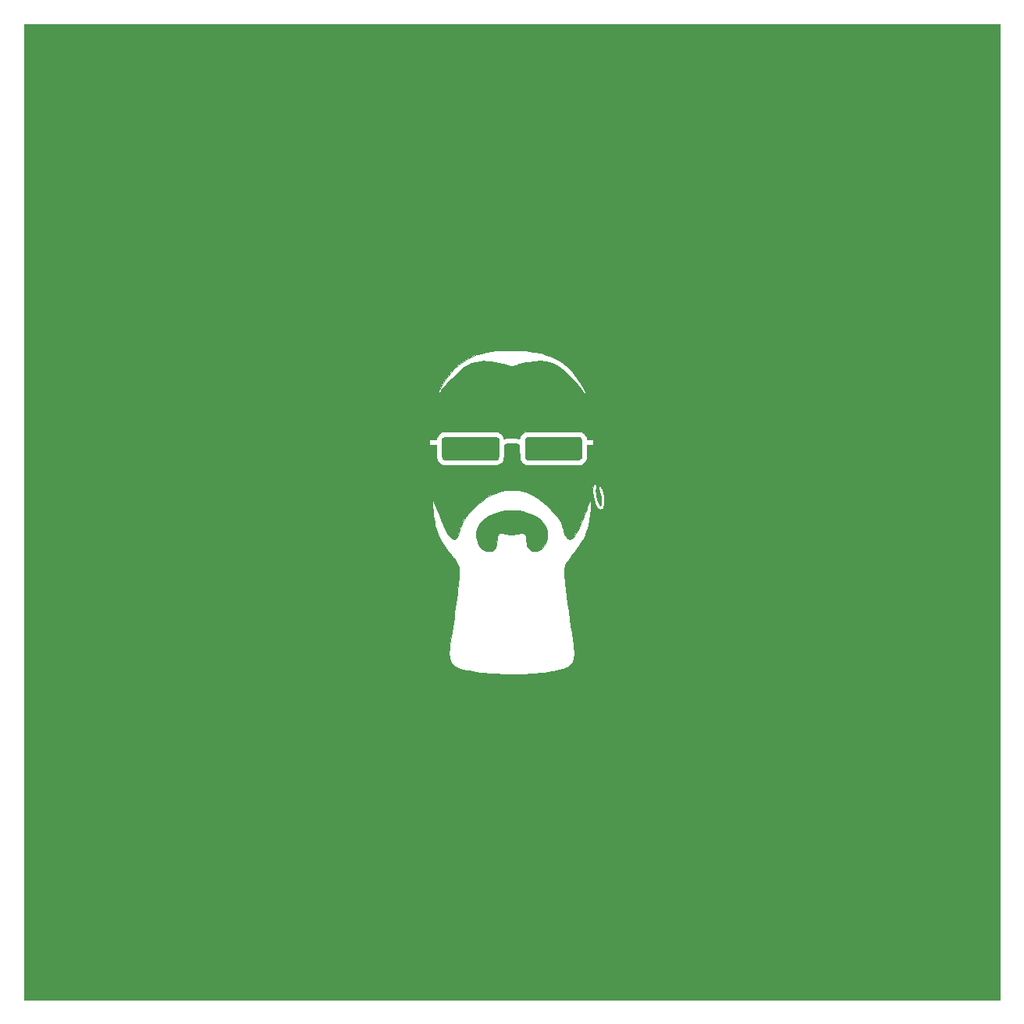
<source format=gbr>
%TF.GenerationSoftware,KiCad,Pcbnew,5.1.6-c6e7f7d~87~ubuntu20.04.1*%
%TF.CreationDate,2020-07-24T20:50:48-07:00*%
%TF.ProjectId,bcdc-keys,62636463-2d6b-4657-9973-2e6b69636164,rev?*%
%TF.SameCoordinates,Original*%
%TF.FileFunction,Copper,L1,Top*%
%TF.FilePolarity,Positive*%
%FSLAX46Y46*%
G04 Gerber Fmt 4.6, Leading zero omitted, Abs format (unit mm)*
G04 Created by KiCad (PCBNEW 5.1.6-c6e7f7d~87~ubuntu20.04.1) date 2020-07-24 20:50:48*
%MOMM*%
%LPD*%
G01*
G04 APERTURE LIST*
%TA.AperFunction,EtchedComponent*%
%ADD10C,0.010000*%
%TD*%
%TA.AperFunction,ViaPad*%
%ADD11C,6.010000*%
%TD*%
G04 APERTURE END LIST*
D10*
%TO.C,G\u002A\u002A\u002A*%
G36*
X52916667Y-52916667D02*
G01*
X-52916666Y-52916667D01*
X-52916666Y978911D01*
X-8654177Y978911D01*
X-8650342Y754433D01*
X-8635599Y485484D01*
X-8611245Y184455D01*
X-8578580Y-136265D01*
X-8538901Y-464285D01*
X-8493506Y-787216D01*
X-8443695Y-1092667D01*
X-8390766Y-1368249D01*
X-8374390Y-1443615D01*
X-8247068Y-1927232D01*
X-8086363Y-2379999D01*
X-7884258Y-2820404D01*
X-7632736Y-3266932D01*
X-7478137Y-3510139D01*
X-7333667Y-3721664D01*
X-7155397Y-3970206D01*
X-6955668Y-4239406D01*
X-6746819Y-4512901D01*
X-6541188Y-4774330D01*
X-6351116Y-5007332D01*
X-6329863Y-5032696D01*
X-6097279Y-5349420D01*
X-5929444Y-5673749D01*
X-5820779Y-6018964D01*
X-5767910Y-6370698D01*
X-5765358Y-6497480D01*
X-5772874Y-6688419D01*
X-5789768Y-6937944D01*
X-5815352Y-7240481D01*
X-5848935Y-7590458D01*
X-5889829Y-7982301D01*
X-5937345Y-8410438D01*
X-5990792Y-8869297D01*
X-6049481Y-9353304D01*
X-6112723Y-9856886D01*
X-6179829Y-10374472D01*
X-6250110Y-10900487D01*
X-6322875Y-11429360D01*
X-6397436Y-11955517D01*
X-6473104Y-12473386D01*
X-6549188Y-12977394D01*
X-6625000Y-13461968D01*
X-6699850Y-13921535D01*
X-6707942Y-13970000D01*
X-6778313Y-14422910D01*
X-6826842Y-14816017D01*
X-6853328Y-15156677D01*
X-6857569Y-15452241D01*
X-6839364Y-15710063D01*
X-6798510Y-15937497D01*
X-6734806Y-16141896D01*
X-6648051Y-16330613D01*
X-6642938Y-16340075D01*
X-6493709Y-16550091D01*
X-6293200Y-16737410D01*
X-6069952Y-16879315D01*
X-5902472Y-16949354D01*
X-5673235Y-17022793D01*
X-5390855Y-17097916D01*
X-5063943Y-17173008D01*
X-4701112Y-17246354D01*
X-4310977Y-17316236D01*
X-3902148Y-17380939D01*
X-3483240Y-17438748D01*
X-3062866Y-17487946D01*
X-2963333Y-17498219D01*
X-2570169Y-17531858D01*
X-2120386Y-17560275D01*
X-1627743Y-17583266D01*
X-1105997Y-17600631D01*
X-568907Y-17612167D01*
X-30230Y-17617672D01*
X496275Y-17616943D01*
X996851Y-17609778D01*
X1457738Y-17595976D01*
X1865180Y-17575334D01*
X1940278Y-17570280D01*
X2492039Y-17527532D01*
X2990307Y-17480289D01*
X3452105Y-17426338D01*
X3894460Y-17363467D01*
X4334395Y-17289465D01*
X4788936Y-17202120D01*
X4815417Y-17196738D01*
X5126327Y-17131473D01*
X5377917Y-17073690D01*
X5580594Y-17020096D01*
X5744766Y-16967393D01*
X5880840Y-16912288D01*
X5999222Y-16851483D01*
X6096292Y-16791135D01*
X6289041Y-16642020D01*
X6435380Y-16476014D01*
X6555816Y-16268810D01*
X6579437Y-16218446D01*
X6646864Y-16041626D01*
X6694799Y-15846035D01*
X6723207Y-15624729D01*
X6732049Y-15370765D01*
X6721290Y-15077200D01*
X6690892Y-14737090D01*
X6640818Y-14343492D01*
X6571030Y-13889463D01*
X6566877Y-13864167D01*
X6454642Y-13161385D01*
X6340059Y-12404106D01*
X6225286Y-11608246D01*
X6112483Y-10789720D01*
X6003809Y-9964442D01*
X5901424Y-9148327D01*
X5807486Y-8357291D01*
X5748422Y-7831667D01*
X5703176Y-7406122D01*
X5669601Y-7041016D01*
X5650212Y-6726831D01*
X5647522Y-6454047D01*
X5664043Y-6213145D01*
X5702290Y-5994605D01*
X5764776Y-5788909D01*
X5854013Y-5586537D01*
X5972516Y-5377971D01*
X6122797Y-5153690D01*
X6307371Y-4904177D01*
X6528750Y-4619911D01*
X6630274Y-4491691D01*
X6972823Y-4047884D01*
X7265847Y-3640035D01*
X7514095Y-3259019D01*
X7722315Y-2895713D01*
X7895256Y-2540991D01*
X8037667Y-2185731D01*
X8154297Y-1820807D01*
X8249895Y-1437096D01*
X8270368Y-1340556D01*
X8320962Y-1072876D01*
X8368628Y-779976D01*
X8412373Y-472135D01*
X8451205Y-159632D01*
X8484128Y147256D01*
X8510151Y438250D01*
X8528280Y703071D01*
X8537521Y931440D01*
X8536880Y1113081D01*
X8525365Y1237713D01*
X8521341Y1256198D01*
X8505785Y1309488D01*
X8489174Y1322546D01*
X8462154Y1288445D01*
X8415373Y1200259D01*
X8397072Y1164166D01*
X8352933Y1066957D01*
X8291728Y918257D01*
X8219421Y733268D01*
X8141977Y527189D01*
X8078697Y352778D01*
X7927798Y-64609D01*
X7791612Y-427803D01*
X7664643Y-750210D01*
X7541399Y-1045239D01*
X7416385Y-1326295D01*
X7284109Y-1606786D01*
X7231840Y-1713893D01*
X7043420Y-2078420D01*
X6868782Y-2377109D01*
X6705795Y-2612859D01*
X6552327Y-2788570D01*
X6406249Y-2907141D01*
X6322218Y-2951660D01*
X6235493Y-2980276D01*
X6162616Y-2974698D01*
X6080166Y-2940839D01*
X5963641Y-2866761D01*
X5861025Y-2758165D01*
X5768881Y-2608092D01*
X5683769Y-2409581D01*
X5602251Y-2155672D01*
X5520889Y-1839406D01*
X5507420Y-1781528D01*
X5411400Y-1465715D01*
X5269349Y-1135284D01*
X5093380Y-815588D01*
X4934428Y-582084D01*
X4851450Y-479962D01*
X4729565Y-340251D01*
X4579859Y-175148D01*
X4413415Y3149D01*
X4241321Y182441D01*
X4217276Y207062D01*
X3747705Y665340D01*
X3296616Y1061042D01*
X2858926Y1398091D01*
X2429550Y1680416D01*
X2019598Y1904025D01*
X1692232Y2053369D01*
X1384265Y2167225D01*
X1076857Y2250009D01*
X751166Y2306141D01*
X669630Y2313759D01*
X8714823Y2313759D01*
X8722170Y2058833D01*
X8749312Y1785129D01*
X8766372Y1669640D01*
X8834639Y1329593D01*
X8921210Y1028810D01*
X9023098Y771256D01*
X9137318Y560894D01*
X9260885Y401689D01*
X9390813Y297603D01*
X9524117Y252602D01*
X9657811Y270648D01*
X9769140Y338192D01*
X9855159Y432905D01*
X9917014Y556922D01*
X9956618Y719310D01*
X9975886Y929138D01*
X9976734Y1195474D01*
X9973025Y1303900D01*
X9937384Y1739110D01*
X9868142Y2119844D01*
X9763610Y2454551D01*
X9724192Y2549345D01*
X9646316Y2690478D01*
X9565081Y2764244D01*
X9475738Y2773818D01*
X9420499Y2752380D01*
X9361744Y2682703D01*
X9353111Y2563425D01*
X9394599Y2394603D01*
X9418335Y2330444D01*
X9480345Y2139894D01*
X9537358Y1904812D01*
X9584588Y1651222D01*
X9617249Y1405147D01*
X9630552Y1192611D01*
X9630637Y1176264D01*
X9624486Y1002861D01*
X9607966Y851913D01*
X9583590Y735534D01*
X9553875Y665837D01*
X9522303Y654306D01*
X9475135Y709559D01*
X9415210Y817435D01*
X9349071Y962688D01*
X9283260Y1130075D01*
X9224319Y1304353D01*
X9187608Y1434145D01*
X9123566Y1738298D01*
X9085370Y2035709D01*
X9074352Y2308768D01*
X9091845Y2539866D01*
X9100402Y2586983D01*
X9120486Y2713174D01*
X9127356Y2822384D01*
X9122792Y2873809D01*
X9073136Y2948575D01*
X8987371Y2978868D01*
X8888919Y2958085D01*
X8867531Y2945773D01*
X8803624Y2865915D01*
X8756343Y2727295D01*
X8726478Y2539911D01*
X8714823Y2313759D01*
X669630Y2313759D01*
X388352Y2340039D01*
X105834Y2352795D01*
X-347420Y2354244D01*
X-751302Y2327295D01*
X-1122354Y2268722D01*
X-1477118Y2175300D01*
X-1832135Y2043802D01*
X-2099028Y1922849D01*
X-2490293Y1715934D01*
X-2872615Y1476318D01*
X-3254686Y1197376D01*
X-3645202Y872482D01*
X-4052857Y495011D01*
X-4316475Y233245D01*
X-4491302Y53221D01*
X-4660585Y-125452D01*
X-4813973Y-291520D01*
X-4941119Y-433734D01*
X-5031673Y-540840D01*
X-5050157Y-564445D01*
X-5269814Y-899078D01*
X-5457983Y-1277203D01*
X-5603663Y-1674794D01*
X-5664681Y-1906315D01*
X-5747315Y-2228514D01*
X-5838135Y-2486129D01*
X-5940312Y-2684952D01*
X-6057019Y-2830776D01*
X-6191425Y-2929392D01*
X-6236671Y-2951066D01*
X-6324045Y-2980349D01*
X-6396883Y-2974720D01*
X-6475724Y-2942262D01*
X-6620347Y-2843214D01*
X-6776977Y-2679616D01*
X-6942635Y-2455865D01*
X-7114341Y-2176355D01*
X-7289115Y-1845484D01*
X-7443174Y-1515125D01*
X-7515266Y-1347300D01*
X-7606261Y-1128486D01*
X-7710091Y-873678D01*
X-7820688Y-597877D01*
X-7931985Y-316080D01*
X-8023097Y-81762D01*
X-8123330Y176136D01*
X-8221647Y425382D01*
X-8313454Y654607D01*
X-8394156Y852445D01*
X-8459161Y1007525D01*
X-8503875Y1108480D01*
X-8505185Y1111250D01*
X-8622441Y1358194D01*
X-8645805Y1146528D01*
X-8654177Y978911D01*
X-52916666Y978911D01*
X-52916666Y7866944D01*
X-8960555Y7866944D01*
X-8960555Y7267222D01*
X-8219722Y7267222D01*
X-8219722Y6507617D01*
X-8218761Y6232037D01*
X-8214624Y6016147D01*
X-8205434Y5849094D01*
X-8189310Y5720025D01*
X-8164373Y5618087D01*
X-8128745Y5532426D01*
X-8080547Y5452188D01*
X-8023407Y5373727D01*
X-7892211Y5245517D01*
X-7718184Y5135514D01*
X-7529029Y5060191D01*
X-7473711Y5046867D01*
X-7414921Y5042141D01*
X-7291226Y5037771D01*
X-7108277Y5033806D01*
X-6871724Y5030292D01*
X-6587216Y5027278D01*
X-6260405Y5024811D01*
X-5896940Y5022938D01*
X-5502471Y5021708D01*
X-5082649Y5021167D01*
X-4643125Y5021364D01*
X-4480278Y5021626D01*
X-1640416Y5027083D01*
X-1455503Y5110676D01*
X-1322620Y5186704D01*
X-1194205Y5285286D01*
X-1143394Y5335058D01*
X-1070161Y5419636D01*
X-1013319Y5498431D01*
X-970515Y5582033D01*
X-939395Y5681034D01*
X-917608Y5806023D01*
X-902800Y5967591D01*
X-892618Y6176328D01*
X-884710Y6442824D01*
X-883133Y6506498D01*
X-864305Y7280358D01*
X-670278Y7352783D01*
X-510207Y7393756D01*
X-305044Y7419331D01*
X-76188Y7429510D01*
X154966Y7424296D01*
X367018Y7403690D01*
X538573Y7367695D01*
X582084Y7352665D01*
X758472Y7282776D01*
X776111Y6490069D01*
X782618Y6226289D01*
X789530Y6022933D01*
X797781Y5869872D01*
X808308Y5756976D01*
X822047Y5674117D01*
X839934Y5611164D01*
X862074Y5559658D01*
X991413Y5368315D01*
X1168373Y5203684D01*
X1337402Y5101968D01*
X1367154Y5088650D01*
X1398159Y5077012D01*
X1435121Y5066942D01*
X1482745Y5058325D01*
X1545737Y5051050D01*
X1628801Y5045002D01*
X1736643Y5040068D01*
X1873966Y5036134D01*
X2045478Y5033088D01*
X2255881Y5030816D01*
X2509882Y5029204D01*
X2812185Y5028139D01*
X3167496Y5027508D01*
X3580518Y5027197D01*
X4055958Y5027093D01*
X4445000Y5027083D01*
X4980473Y5026960D01*
X5450085Y5026829D01*
X5858529Y5027045D01*
X6210501Y5027963D01*
X6510692Y5029940D01*
X6763798Y5033331D01*
X6974512Y5038491D01*
X7147527Y5045777D01*
X7287537Y5055543D01*
X7399236Y5068146D01*
X7487318Y5083940D01*
X7556476Y5103282D01*
X7611405Y5126527D01*
X7656797Y5154031D01*
X7697348Y5186150D01*
X7737749Y5223238D01*
X7782696Y5265652D01*
X7799730Y5281242D01*
X7888886Y5365099D01*
X7958186Y5442944D01*
X8010283Y5525140D01*
X8047834Y5622049D01*
X8073494Y5744035D01*
X8089919Y5901459D01*
X8099763Y6104684D01*
X8105682Y6364074D01*
X8107495Y6482291D01*
X8118739Y7267222D01*
X8819445Y7267222D01*
X8819445Y7866944D01*
X8126774Y7866944D01*
X8064298Y8065142D01*
X7964757Y8275855D01*
X7813718Y8463066D01*
X7628453Y8606854D01*
X7565859Y8639927D01*
X7536917Y8653001D01*
X7506257Y8664430D01*
X7469194Y8674323D01*
X7421043Y8682793D01*
X7357121Y8689948D01*
X7272741Y8695900D01*
X7163221Y8700760D01*
X7023874Y8704639D01*
X6850017Y8707646D01*
X6636964Y8709893D01*
X6380033Y8711491D01*
X6074537Y8712550D01*
X5715792Y8713180D01*
X5299113Y8713494D01*
X4819817Y8713600D01*
X4447681Y8713611D01*
X3831818Y8713176D01*
X3286066Y8711869D01*
X2809985Y8709684D01*
X2403137Y8706615D01*
X2065081Y8702657D01*
X1795380Y8697805D01*
X1593592Y8692054D01*
X1459280Y8685398D01*
X1392004Y8677832D01*
X1386950Y8676362D01*
X1168971Y8558146D01*
X987680Y8385638D01*
X853681Y8170102D01*
X813208Y8066894D01*
X779874Y7981328D01*
X744136Y7948822D01*
X686659Y7953942D01*
X675405Y7956883D01*
X401593Y8011104D01*
X96907Y8038729D01*
X-212844Y8039373D01*
X-501847Y8012648D01*
X-679097Y7977160D01*
X-803730Y7945892D01*
X-875113Y7933449D01*
X-907955Y7939692D01*
X-916966Y7964479D01*
X-917222Y7974886D01*
X-947262Y8116947D01*
X-1028604Y8271116D01*
X-1148078Y8420835D01*
X-1292515Y8549548D01*
X-1445764Y8639423D01*
X-1477470Y8652721D01*
X-1509831Y8664339D01*
X-1547528Y8674376D01*
X-1595244Y8682929D01*
X-1657659Y8690095D01*
X-1739455Y8695971D01*
X-1845313Y8700656D01*
X-1979916Y8704246D01*
X-2147943Y8706838D01*
X-2354077Y8708532D01*
X-2603000Y8709422D01*
X-2899392Y8709609D01*
X-3247935Y8709187D01*
X-3653311Y8708256D01*
X-4120201Y8706913D01*
X-4614432Y8705376D01*
X-7607927Y8695972D01*
X-7781533Y8589111D01*
X-7934789Y8467101D01*
X-8067852Y8310211D01*
X-8164875Y8140254D01*
X-8206882Y8003634D01*
X-8228740Y7866944D01*
X-8960555Y7866944D01*
X-52916666Y7866944D01*
X-52916666Y12799703D01*
X-8074168Y12799703D01*
X-8047924Y12770569D01*
X-8046938Y12770555D01*
X-8014939Y12796874D01*
X-7948567Y12869199D01*
X-7856429Y12977588D01*
X-7747136Y13112095D01*
X-7703336Y13167430D01*
X-7436637Y13496445D01*
X-7149753Y13831833D01*
X-6850809Y14165237D01*
X-6547928Y14488298D01*
X-6249235Y14792657D01*
X-5962854Y15069955D01*
X-5696910Y15311835D01*
X-5459526Y15509938D01*
X-5336042Y15602982D01*
X-4877578Y15889735D01*
X-4397465Y16109681D01*
X-3896949Y16262335D01*
X-3447192Y16339876D01*
X-3131301Y16357792D01*
X-2764616Y16347679D01*
X-2360271Y16311356D01*
X-1931405Y16250636D01*
X-1491155Y16167337D01*
X-1052658Y16063274D01*
X-685759Y15958180D01*
X-455665Y15888743D01*
X-274571Y15842482D01*
X-124998Y15818945D01*
X10538Y15817679D01*
X149515Y15838233D01*
X309417Y15880155D01*
X463239Y15928478D01*
X774100Y16019627D01*
X1132279Y16108387D01*
X1514575Y16190071D01*
X1897788Y16259988D01*
X2258718Y16313450D01*
X2497603Y16339641D01*
X3035339Y16356837D01*
X3546966Y16309897D01*
X4035916Y16197697D01*
X4505622Y16019112D01*
X4959513Y15773019D01*
X5401022Y15458293D01*
X5540455Y15342726D01*
X5962877Y14962512D01*
X6381310Y14548361D01*
X6803995Y14091507D01*
X7239173Y13583186D01*
X7518340Y13239004D01*
X7687315Y13031868D01*
X7817538Y12883685D01*
X7909109Y12794512D01*
X7962129Y12764408D01*
X7976698Y12793432D01*
X7952917Y12881641D01*
X7890888Y13029093D01*
X7790710Y13235847D01*
X7727193Y13359850D01*
X7344297Y14036550D01*
X6931535Y14649465D01*
X6488947Y15198553D01*
X6016575Y15683774D01*
X5514460Y16105087D01*
X4982642Y16462450D01*
X4421162Y16755823D01*
X4286250Y16814911D01*
X3715336Y17026864D01*
X3085699Y17205453D01*
X2401301Y17349691D01*
X1728611Y17450967D01*
X1527955Y17470299D01*
X1270287Y17486460D01*
X967714Y17499384D01*
X632343Y17509008D01*
X276280Y17515269D01*
X-88368Y17518103D01*
X-449495Y17517446D01*
X-794994Y17513236D01*
X-1112759Y17505407D01*
X-1390684Y17493896D01*
X-1616661Y17478641D01*
X-1710972Y17469046D01*
X-2308356Y17387327D01*
X-2847834Y17290694D01*
X-3341066Y17176001D01*
X-3799712Y17040102D01*
X-4235432Y16879854D01*
X-4659888Y16692112D01*
X-4744861Y16650786D01*
X-5292995Y16341038D01*
X-5811306Y15967759D01*
X-6298750Y15531837D01*
X-6754285Y15034160D01*
X-6981491Y14746897D01*
X-7145039Y14521676D01*
X-7306586Y14284570D01*
X-7462358Y14042579D01*
X-7608584Y13802700D01*
X-7741489Y13571932D01*
X-7857302Y13357273D01*
X-7952249Y13165722D01*
X-8022558Y13004278D01*
X-8064455Y12879939D01*
X-8074168Y12799703D01*
X-52916666Y12799703D01*
X-52916666Y52916666D01*
X52916667Y52916666D01*
X52916667Y-52916667D01*
G37*
X52916667Y-52916667D02*
X-52916666Y-52916667D01*
X-52916666Y978911D01*
X-8654177Y978911D01*
X-8650342Y754433D01*
X-8635599Y485484D01*
X-8611245Y184455D01*
X-8578580Y-136265D01*
X-8538901Y-464285D01*
X-8493506Y-787216D01*
X-8443695Y-1092667D01*
X-8390766Y-1368249D01*
X-8374390Y-1443615D01*
X-8247068Y-1927232D01*
X-8086363Y-2379999D01*
X-7884258Y-2820404D01*
X-7632736Y-3266932D01*
X-7478137Y-3510139D01*
X-7333667Y-3721664D01*
X-7155397Y-3970206D01*
X-6955668Y-4239406D01*
X-6746819Y-4512901D01*
X-6541188Y-4774330D01*
X-6351116Y-5007332D01*
X-6329863Y-5032696D01*
X-6097279Y-5349420D01*
X-5929444Y-5673749D01*
X-5820779Y-6018964D01*
X-5767910Y-6370698D01*
X-5765358Y-6497480D01*
X-5772874Y-6688419D01*
X-5789768Y-6937944D01*
X-5815352Y-7240481D01*
X-5848935Y-7590458D01*
X-5889829Y-7982301D01*
X-5937345Y-8410438D01*
X-5990792Y-8869297D01*
X-6049481Y-9353304D01*
X-6112723Y-9856886D01*
X-6179829Y-10374472D01*
X-6250110Y-10900487D01*
X-6322875Y-11429360D01*
X-6397436Y-11955517D01*
X-6473104Y-12473386D01*
X-6549188Y-12977394D01*
X-6625000Y-13461968D01*
X-6699850Y-13921535D01*
X-6707942Y-13970000D01*
X-6778313Y-14422910D01*
X-6826842Y-14816017D01*
X-6853328Y-15156677D01*
X-6857569Y-15452241D01*
X-6839364Y-15710063D01*
X-6798510Y-15937497D01*
X-6734806Y-16141896D01*
X-6648051Y-16330613D01*
X-6642938Y-16340075D01*
X-6493709Y-16550091D01*
X-6293200Y-16737410D01*
X-6069952Y-16879315D01*
X-5902472Y-16949354D01*
X-5673235Y-17022793D01*
X-5390855Y-17097916D01*
X-5063943Y-17173008D01*
X-4701112Y-17246354D01*
X-4310977Y-17316236D01*
X-3902148Y-17380939D01*
X-3483240Y-17438748D01*
X-3062866Y-17487946D01*
X-2963333Y-17498219D01*
X-2570169Y-17531858D01*
X-2120386Y-17560275D01*
X-1627743Y-17583266D01*
X-1105997Y-17600631D01*
X-568907Y-17612167D01*
X-30230Y-17617672D01*
X496275Y-17616943D01*
X996851Y-17609778D01*
X1457738Y-17595976D01*
X1865180Y-17575334D01*
X1940278Y-17570280D01*
X2492039Y-17527532D01*
X2990307Y-17480289D01*
X3452105Y-17426338D01*
X3894460Y-17363467D01*
X4334395Y-17289465D01*
X4788936Y-17202120D01*
X4815417Y-17196738D01*
X5126327Y-17131473D01*
X5377917Y-17073690D01*
X5580594Y-17020096D01*
X5744766Y-16967393D01*
X5880840Y-16912288D01*
X5999222Y-16851483D01*
X6096292Y-16791135D01*
X6289041Y-16642020D01*
X6435380Y-16476014D01*
X6555816Y-16268810D01*
X6579437Y-16218446D01*
X6646864Y-16041626D01*
X6694799Y-15846035D01*
X6723207Y-15624729D01*
X6732049Y-15370765D01*
X6721290Y-15077200D01*
X6690892Y-14737090D01*
X6640818Y-14343492D01*
X6571030Y-13889463D01*
X6566877Y-13864167D01*
X6454642Y-13161385D01*
X6340059Y-12404106D01*
X6225286Y-11608246D01*
X6112483Y-10789720D01*
X6003809Y-9964442D01*
X5901424Y-9148327D01*
X5807486Y-8357291D01*
X5748422Y-7831667D01*
X5703176Y-7406122D01*
X5669601Y-7041016D01*
X5650212Y-6726831D01*
X5647522Y-6454047D01*
X5664043Y-6213145D01*
X5702290Y-5994605D01*
X5764776Y-5788909D01*
X5854013Y-5586537D01*
X5972516Y-5377971D01*
X6122797Y-5153690D01*
X6307371Y-4904177D01*
X6528750Y-4619911D01*
X6630274Y-4491691D01*
X6972823Y-4047884D01*
X7265847Y-3640035D01*
X7514095Y-3259019D01*
X7722315Y-2895713D01*
X7895256Y-2540991D01*
X8037667Y-2185731D01*
X8154297Y-1820807D01*
X8249895Y-1437096D01*
X8270368Y-1340556D01*
X8320962Y-1072876D01*
X8368628Y-779976D01*
X8412373Y-472135D01*
X8451205Y-159632D01*
X8484128Y147256D01*
X8510151Y438250D01*
X8528280Y703071D01*
X8537521Y931440D01*
X8536880Y1113081D01*
X8525365Y1237713D01*
X8521341Y1256198D01*
X8505785Y1309488D01*
X8489174Y1322546D01*
X8462154Y1288445D01*
X8415373Y1200259D01*
X8397072Y1164166D01*
X8352933Y1066957D01*
X8291728Y918257D01*
X8219421Y733268D01*
X8141977Y527189D01*
X8078697Y352778D01*
X7927798Y-64609D01*
X7791612Y-427803D01*
X7664643Y-750210D01*
X7541399Y-1045239D01*
X7416385Y-1326295D01*
X7284109Y-1606786D01*
X7231840Y-1713893D01*
X7043420Y-2078420D01*
X6868782Y-2377109D01*
X6705795Y-2612859D01*
X6552327Y-2788570D01*
X6406249Y-2907141D01*
X6322218Y-2951660D01*
X6235493Y-2980276D01*
X6162616Y-2974698D01*
X6080166Y-2940839D01*
X5963641Y-2866761D01*
X5861025Y-2758165D01*
X5768881Y-2608092D01*
X5683769Y-2409581D01*
X5602251Y-2155672D01*
X5520889Y-1839406D01*
X5507420Y-1781528D01*
X5411400Y-1465715D01*
X5269349Y-1135284D01*
X5093380Y-815588D01*
X4934428Y-582084D01*
X4851450Y-479962D01*
X4729565Y-340251D01*
X4579859Y-175148D01*
X4413415Y3149D01*
X4241321Y182441D01*
X4217276Y207062D01*
X3747705Y665340D01*
X3296616Y1061042D01*
X2858926Y1398091D01*
X2429550Y1680416D01*
X2019598Y1904025D01*
X1692232Y2053369D01*
X1384265Y2167225D01*
X1076857Y2250009D01*
X751166Y2306141D01*
X669630Y2313759D01*
X8714823Y2313759D01*
X8722170Y2058833D01*
X8749312Y1785129D01*
X8766372Y1669640D01*
X8834639Y1329593D01*
X8921210Y1028810D01*
X9023098Y771256D01*
X9137318Y560894D01*
X9260885Y401689D01*
X9390813Y297603D01*
X9524117Y252602D01*
X9657811Y270648D01*
X9769140Y338192D01*
X9855159Y432905D01*
X9917014Y556922D01*
X9956618Y719310D01*
X9975886Y929138D01*
X9976734Y1195474D01*
X9973025Y1303900D01*
X9937384Y1739110D01*
X9868142Y2119844D01*
X9763610Y2454551D01*
X9724192Y2549345D01*
X9646316Y2690478D01*
X9565081Y2764244D01*
X9475738Y2773818D01*
X9420499Y2752380D01*
X9361744Y2682703D01*
X9353111Y2563425D01*
X9394599Y2394603D01*
X9418335Y2330444D01*
X9480345Y2139894D01*
X9537358Y1904812D01*
X9584588Y1651222D01*
X9617249Y1405147D01*
X9630552Y1192611D01*
X9630637Y1176264D01*
X9624486Y1002861D01*
X9607966Y851913D01*
X9583590Y735534D01*
X9553875Y665837D01*
X9522303Y654306D01*
X9475135Y709559D01*
X9415210Y817435D01*
X9349071Y962688D01*
X9283260Y1130075D01*
X9224319Y1304353D01*
X9187608Y1434145D01*
X9123566Y1738298D01*
X9085370Y2035709D01*
X9074352Y2308768D01*
X9091845Y2539866D01*
X9100402Y2586983D01*
X9120486Y2713174D01*
X9127356Y2822384D01*
X9122792Y2873809D01*
X9073136Y2948575D01*
X8987371Y2978868D01*
X8888919Y2958085D01*
X8867531Y2945773D01*
X8803624Y2865915D01*
X8756343Y2727295D01*
X8726478Y2539911D01*
X8714823Y2313759D01*
X669630Y2313759D01*
X388352Y2340039D01*
X105834Y2352795D01*
X-347420Y2354244D01*
X-751302Y2327295D01*
X-1122354Y2268722D01*
X-1477118Y2175300D01*
X-1832135Y2043802D01*
X-2099028Y1922849D01*
X-2490293Y1715934D01*
X-2872615Y1476318D01*
X-3254686Y1197376D01*
X-3645202Y872482D01*
X-4052857Y495011D01*
X-4316475Y233245D01*
X-4491302Y53221D01*
X-4660585Y-125452D01*
X-4813973Y-291520D01*
X-4941119Y-433734D01*
X-5031673Y-540840D01*
X-5050157Y-564445D01*
X-5269814Y-899078D01*
X-5457983Y-1277203D01*
X-5603663Y-1674794D01*
X-5664681Y-1906315D01*
X-5747315Y-2228514D01*
X-5838135Y-2486129D01*
X-5940312Y-2684952D01*
X-6057019Y-2830776D01*
X-6191425Y-2929392D01*
X-6236671Y-2951066D01*
X-6324045Y-2980349D01*
X-6396883Y-2974720D01*
X-6475724Y-2942262D01*
X-6620347Y-2843214D01*
X-6776977Y-2679616D01*
X-6942635Y-2455865D01*
X-7114341Y-2176355D01*
X-7289115Y-1845484D01*
X-7443174Y-1515125D01*
X-7515266Y-1347300D01*
X-7606261Y-1128486D01*
X-7710091Y-873678D01*
X-7820688Y-597877D01*
X-7931985Y-316080D01*
X-8023097Y-81762D01*
X-8123330Y176136D01*
X-8221647Y425382D01*
X-8313454Y654607D01*
X-8394156Y852445D01*
X-8459161Y1007525D01*
X-8503875Y1108480D01*
X-8505185Y1111250D01*
X-8622441Y1358194D01*
X-8645805Y1146528D01*
X-8654177Y978911D01*
X-52916666Y978911D01*
X-52916666Y7866944D01*
X-8960555Y7866944D01*
X-8960555Y7267222D01*
X-8219722Y7267222D01*
X-8219722Y6507617D01*
X-8218761Y6232037D01*
X-8214624Y6016147D01*
X-8205434Y5849094D01*
X-8189310Y5720025D01*
X-8164373Y5618087D01*
X-8128745Y5532426D01*
X-8080547Y5452188D01*
X-8023407Y5373727D01*
X-7892211Y5245517D01*
X-7718184Y5135514D01*
X-7529029Y5060191D01*
X-7473711Y5046867D01*
X-7414921Y5042141D01*
X-7291226Y5037771D01*
X-7108277Y5033806D01*
X-6871724Y5030292D01*
X-6587216Y5027278D01*
X-6260405Y5024811D01*
X-5896940Y5022938D01*
X-5502471Y5021708D01*
X-5082649Y5021167D01*
X-4643125Y5021364D01*
X-4480278Y5021626D01*
X-1640416Y5027083D01*
X-1455503Y5110676D01*
X-1322620Y5186704D01*
X-1194205Y5285286D01*
X-1143394Y5335058D01*
X-1070161Y5419636D01*
X-1013319Y5498431D01*
X-970515Y5582033D01*
X-939395Y5681034D01*
X-917608Y5806023D01*
X-902800Y5967591D01*
X-892618Y6176328D01*
X-884710Y6442824D01*
X-883133Y6506498D01*
X-864305Y7280358D01*
X-670278Y7352783D01*
X-510207Y7393756D01*
X-305044Y7419331D01*
X-76188Y7429510D01*
X154966Y7424296D01*
X367018Y7403690D01*
X538573Y7367695D01*
X582084Y7352665D01*
X758472Y7282776D01*
X776111Y6490069D01*
X782618Y6226289D01*
X789530Y6022933D01*
X797781Y5869872D01*
X808308Y5756976D01*
X822047Y5674117D01*
X839934Y5611164D01*
X862074Y5559658D01*
X991413Y5368315D01*
X1168373Y5203684D01*
X1337402Y5101968D01*
X1367154Y5088650D01*
X1398159Y5077012D01*
X1435121Y5066942D01*
X1482745Y5058325D01*
X1545737Y5051050D01*
X1628801Y5045002D01*
X1736643Y5040068D01*
X1873966Y5036134D01*
X2045478Y5033088D01*
X2255881Y5030816D01*
X2509882Y5029204D01*
X2812185Y5028139D01*
X3167496Y5027508D01*
X3580518Y5027197D01*
X4055958Y5027093D01*
X4445000Y5027083D01*
X4980473Y5026960D01*
X5450085Y5026829D01*
X5858529Y5027045D01*
X6210501Y5027963D01*
X6510692Y5029940D01*
X6763798Y5033331D01*
X6974512Y5038491D01*
X7147527Y5045777D01*
X7287537Y5055543D01*
X7399236Y5068146D01*
X7487318Y5083940D01*
X7556476Y5103282D01*
X7611405Y5126527D01*
X7656797Y5154031D01*
X7697348Y5186150D01*
X7737749Y5223238D01*
X7782696Y5265652D01*
X7799730Y5281242D01*
X7888886Y5365099D01*
X7958186Y5442944D01*
X8010283Y5525140D01*
X8047834Y5622049D01*
X8073494Y5744035D01*
X8089919Y5901459D01*
X8099763Y6104684D01*
X8105682Y6364074D01*
X8107495Y6482291D01*
X8118739Y7267222D01*
X8819445Y7267222D01*
X8819445Y7866944D01*
X8126774Y7866944D01*
X8064298Y8065142D01*
X7964757Y8275855D01*
X7813718Y8463066D01*
X7628453Y8606854D01*
X7565859Y8639927D01*
X7536917Y8653001D01*
X7506257Y8664430D01*
X7469194Y8674323D01*
X7421043Y8682793D01*
X7357121Y8689948D01*
X7272741Y8695900D01*
X7163221Y8700760D01*
X7023874Y8704639D01*
X6850017Y8707646D01*
X6636964Y8709893D01*
X6380033Y8711491D01*
X6074537Y8712550D01*
X5715792Y8713180D01*
X5299113Y8713494D01*
X4819817Y8713600D01*
X4447681Y8713611D01*
X3831818Y8713176D01*
X3286066Y8711869D01*
X2809985Y8709684D01*
X2403137Y8706615D01*
X2065081Y8702657D01*
X1795380Y8697805D01*
X1593592Y8692054D01*
X1459280Y8685398D01*
X1392004Y8677832D01*
X1386950Y8676362D01*
X1168971Y8558146D01*
X987680Y8385638D01*
X853681Y8170102D01*
X813208Y8066894D01*
X779874Y7981328D01*
X744136Y7948822D01*
X686659Y7953942D01*
X675405Y7956883D01*
X401593Y8011104D01*
X96907Y8038729D01*
X-212844Y8039373D01*
X-501847Y8012648D01*
X-679097Y7977160D01*
X-803730Y7945892D01*
X-875113Y7933449D01*
X-907955Y7939692D01*
X-916966Y7964479D01*
X-917222Y7974886D01*
X-947262Y8116947D01*
X-1028604Y8271116D01*
X-1148078Y8420835D01*
X-1292515Y8549548D01*
X-1445764Y8639423D01*
X-1477470Y8652721D01*
X-1509831Y8664339D01*
X-1547528Y8674376D01*
X-1595244Y8682929D01*
X-1657659Y8690095D01*
X-1739455Y8695971D01*
X-1845313Y8700656D01*
X-1979916Y8704246D01*
X-2147943Y8706838D01*
X-2354077Y8708532D01*
X-2603000Y8709422D01*
X-2899392Y8709609D01*
X-3247935Y8709187D01*
X-3653311Y8708256D01*
X-4120201Y8706913D01*
X-4614432Y8705376D01*
X-7607927Y8695972D01*
X-7781533Y8589111D01*
X-7934789Y8467101D01*
X-8067852Y8310211D01*
X-8164875Y8140254D01*
X-8206882Y8003634D01*
X-8228740Y7866944D01*
X-8960555Y7866944D01*
X-52916666Y7866944D01*
X-52916666Y12799703D01*
X-8074168Y12799703D01*
X-8047924Y12770569D01*
X-8046938Y12770555D01*
X-8014939Y12796874D01*
X-7948567Y12869199D01*
X-7856429Y12977588D01*
X-7747136Y13112095D01*
X-7703336Y13167430D01*
X-7436637Y13496445D01*
X-7149753Y13831833D01*
X-6850809Y14165237D01*
X-6547928Y14488298D01*
X-6249235Y14792657D01*
X-5962854Y15069955D01*
X-5696910Y15311835D01*
X-5459526Y15509938D01*
X-5336042Y15602982D01*
X-4877578Y15889735D01*
X-4397465Y16109681D01*
X-3896949Y16262335D01*
X-3447192Y16339876D01*
X-3131301Y16357792D01*
X-2764616Y16347679D01*
X-2360271Y16311356D01*
X-1931405Y16250636D01*
X-1491155Y16167337D01*
X-1052658Y16063274D01*
X-685759Y15958180D01*
X-455665Y15888743D01*
X-274571Y15842482D01*
X-124998Y15818945D01*
X10538Y15817679D01*
X149515Y15838233D01*
X309417Y15880155D01*
X463239Y15928478D01*
X774100Y16019627D01*
X1132279Y16108387D01*
X1514575Y16190071D01*
X1897788Y16259988D01*
X2258718Y16313450D01*
X2497603Y16339641D01*
X3035339Y16356837D01*
X3546966Y16309897D01*
X4035916Y16197697D01*
X4505622Y16019112D01*
X4959513Y15773019D01*
X5401022Y15458293D01*
X5540455Y15342726D01*
X5962877Y14962512D01*
X6381310Y14548361D01*
X6803995Y14091507D01*
X7239173Y13583186D01*
X7518340Y13239004D01*
X7687315Y13031868D01*
X7817538Y12883685D01*
X7909109Y12794512D01*
X7962129Y12764408D01*
X7976698Y12793432D01*
X7952917Y12881641D01*
X7890888Y13029093D01*
X7790710Y13235847D01*
X7727193Y13359850D01*
X7344297Y14036550D01*
X6931535Y14649465D01*
X6488947Y15198553D01*
X6016575Y15683774D01*
X5514460Y16105087D01*
X4982642Y16462450D01*
X4421162Y16755823D01*
X4286250Y16814911D01*
X3715336Y17026864D01*
X3085699Y17205453D01*
X2401301Y17349691D01*
X1728611Y17450967D01*
X1527955Y17470299D01*
X1270287Y17486460D01*
X967714Y17499384D01*
X632343Y17509008D01*
X276280Y17515269D01*
X-88368Y17518103D01*
X-449495Y17517446D01*
X-794994Y17513236D01*
X-1112759Y17505407D01*
X-1390684Y17493896D01*
X-1616661Y17478641D01*
X-1710972Y17469046D01*
X-2308356Y17387327D01*
X-2847834Y17290694D01*
X-3341066Y17176001D01*
X-3799712Y17040102D01*
X-4235432Y16879854D01*
X-4659888Y16692112D01*
X-4744861Y16650786D01*
X-5292995Y16341038D01*
X-5811306Y15967759D01*
X-6298750Y15531837D01*
X-6754285Y15034160D01*
X-6981491Y14746897D01*
X-7145039Y14521676D01*
X-7306586Y14284570D01*
X-7462358Y14042579D01*
X-7608584Y13802700D01*
X-7741489Y13571932D01*
X-7857302Y13357273D01*
X-7952249Y13165722D01*
X-8022558Y13004278D01*
X-8064455Y12879939D01*
X-8074168Y12799703D01*
X-52916666Y12799703D01*
X-52916666Y52916666D01*
X52916667Y52916666D01*
X52916667Y-52916667D01*
G36*
X213583Y164230D02*
G01*
X692848Y119346D01*
X1164348Y33258D01*
X1619219Y-90858D01*
X2048595Y-249827D01*
X2443611Y-440472D01*
X2795404Y-659617D01*
X3095107Y-904088D01*
X3283933Y-1106517D01*
X3505262Y-1432254D01*
X3663652Y-1784329D01*
X3757474Y-2155103D01*
X3785100Y-2536939D01*
X3744902Y-2922198D01*
X3706204Y-3087573D01*
X3593950Y-3421004D01*
X3455188Y-3692160D01*
X3285574Y-3905749D01*
X3080761Y-4066480D01*
X2836405Y-4179061D01*
X2652917Y-4228946D01*
X2394837Y-4261910D01*
X2177187Y-4240323D01*
X1993169Y-4162054D01*
X1835984Y-4024969D01*
X1780656Y-3955335D01*
X1684772Y-3799515D01*
X1615441Y-3626247D01*
X1568274Y-3419857D01*
X1538880Y-3164674D01*
X1532454Y-3069167D01*
X1513401Y-2820847D01*
X1484789Y-2634395D01*
X1440066Y-2501188D01*
X1372685Y-2412601D01*
X1276095Y-2360012D01*
X1143748Y-2334797D01*
X969817Y-2328334D01*
X777593Y-2336967D01*
X610573Y-2360662D01*
X524783Y-2383752D01*
X338148Y-2430211D01*
X111125Y-2456066D01*
X-128942Y-2460471D01*
X-354709Y-2442582D01*
X-493889Y-2415200D01*
X-641517Y-2384069D01*
X-824612Y-2357542D01*
X-1008087Y-2340519D01*
X-1041906Y-2338679D01*
X-1197852Y-2333174D01*
X-1301779Y-2335993D01*
X-1372002Y-2349885D01*
X-1426839Y-2377598D01*
X-1459054Y-2401280D01*
X-1523158Y-2460310D01*
X-1570344Y-2529823D01*
X-1604361Y-2622632D01*
X-1628955Y-2751551D01*
X-1647874Y-2929395D01*
X-1659544Y-3086806D01*
X-1683460Y-3349999D01*
X-1718465Y-3557423D01*
X-1768926Y-3723543D01*
X-1839213Y-3862825D01*
X-1931404Y-3987068D01*
X-2090967Y-4136039D01*
X-2269241Y-4226250D01*
X-2476010Y-4260526D01*
X-2721053Y-4241694D01*
X-2777430Y-4231426D01*
X-3056574Y-4145199D01*
X-3295906Y-4003758D01*
X-3496729Y-3805636D01*
X-3660347Y-3549369D01*
X-3788061Y-3233491D01*
X-3843984Y-3031686D01*
X-3905995Y-2635497D01*
X-3898700Y-2251743D01*
X-3821918Y-1878707D01*
X-3683826Y-1531436D01*
X-3490209Y-1217236D01*
X-3234972Y-928384D01*
X-2923272Y-667438D01*
X-2560263Y-436953D01*
X-2151099Y-239489D01*
X-1700936Y-77600D01*
X-1214927Y46155D01*
X-698228Y129219D01*
X-264583Y164734D01*
X213583Y164230D01*
G37*
X213583Y164230D02*
X692848Y119346D01*
X1164348Y33258D01*
X1619219Y-90858D01*
X2048595Y-249827D01*
X2443611Y-440472D01*
X2795404Y-659617D01*
X3095107Y-904088D01*
X3283933Y-1106517D01*
X3505262Y-1432254D01*
X3663652Y-1784329D01*
X3757474Y-2155103D01*
X3785100Y-2536939D01*
X3744902Y-2922198D01*
X3706204Y-3087573D01*
X3593950Y-3421004D01*
X3455188Y-3692160D01*
X3285574Y-3905749D01*
X3080761Y-4066480D01*
X2836405Y-4179061D01*
X2652917Y-4228946D01*
X2394837Y-4261910D01*
X2177187Y-4240323D01*
X1993169Y-4162054D01*
X1835984Y-4024969D01*
X1780656Y-3955335D01*
X1684772Y-3799515D01*
X1615441Y-3626247D01*
X1568274Y-3419857D01*
X1538880Y-3164674D01*
X1532454Y-3069167D01*
X1513401Y-2820847D01*
X1484789Y-2634395D01*
X1440066Y-2501188D01*
X1372685Y-2412601D01*
X1276095Y-2360012D01*
X1143748Y-2334797D01*
X969817Y-2328334D01*
X777593Y-2336967D01*
X610573Y-2360662D01*
X524783Y-2383752D01*
X338148Y-2430211D01*
X111125Y-2456066D01*
X-128942Y-2460471D01*
X-354709Y-2442582D01*
X-493889Y-2415200D01*
X-641517Y-2384069D01*
X-824612Y-2357542D01*
X-1008087Y-2340519D01*
X-1041906Y-2338679D01*
X-1197852Y-2333174D01*
X-1301779Y-2335993D01*
X-1372002Y-2349885D01*
X-1426839Y-2377598D01*
X-1459054Y-2401280D01*
X-1523158Y-2460310D01*
X-1570344Y-2529823D01*
X-1604361Y-2622632D01*
X-1628955Y-2751551D01*
X-1647874Y-2929395D01*
X-1659544Y-3086806D01*
X-1683460Y-3349999D01*
X-1718465Y-3557423D01*
X-1768926Y-3723543D01*
X-1839213Y-3862825D01*
X-1931404Y-3987068D01*
X-2090967Y-4136039D01*
X-2269241Y-4226250D01*
X-2476010Y-4260526D01*
X-2721053Y-4241694D01*
X-2777430Y-4231426D01*
X-3056574Y-4145199D01*
X-3295906Y-4003758D01*
X-3496729Y-3805636D01*
X-3660347Y-3549369D01*
X-3788061Y-3233491D01*
X-3843984Y-3031686D01*
X-3905995Y-2635497D01*
X-3898700Y-2251743D01*
X-3821918Y-1878707D01*
X-3683826Y-1531436D01*
X-3490209Y-1217236D01*
X-3234972Y-928384D01*
X-2923272Y-667438D01*
X-2560263Y-436953D01*
X-2151099Y-239489D01*
X-1700936Y-77600D01*
X-1214927Y46155D01*
X-698228Y129219D01*
X-264583Y164734D01*
X213583Y164230D01*
G36*
X-1602919Y8005797D02*
G01*
X-1499305Y7897706D01*
X-1488890Y6929701D01*
X-1486224Y6616085D01*
X-1486468Y6364950D01*
X-1490768Y6168242D01*
X-1500272Y6017909D01*
X-1516125Y5905896D01*
X-1539474Y5824152D01*
X-1571465Y5764623D01*
X-1613244Y5719255D01*
X-1665957Y5679997D01*
X-1666865Y5679395D01*
X-1717202Y5669070D01*
X-1831498Y5659523D01*
X-2003157Y5650776D01*
X-2225586Y5642852D01*
X-2492191Y5635776D01*
X-2796379Y5629568D01*
X-3131555Y5624253D01*
X-3491126Y5619854D01*
X-3868497Y5616393D01*
X-4257075Y5613894D01*
X-4650266Y5612379D01*
X-5041477Y5611871D01*
X-5424112Y5612394D01*
X-5791579Y5613971D01*
X-6137284Y5616624D01*
X-6454633Y5620377D01*
X-6737031Y5625252D01*
X-6977886Y5631272D01*
X-7170602Y5638461D01*
X-7308588Y5646842D01*
X-7385247Y5656437D01*
X-7394988Y5659415D01*
X-7457046Y5688124D01*
X-7506496Y5718994D01*
X-7544770Y5759853D01*
X-7573299Y5818529D01*
X-7593515Y5902849D01*
X-7606849Y6020642D01*
X-7614733Y6179735D01*
X-7618598Y6387955D01*
X-7619877Y6653132D01*
X-7620000Y6889730D01*
X-7620000Y7907649D01*
X-7516880Y8010769D01*
X-7413761Y8113889D01*
X-1706533Y8113889D01*
X-1602919Y8005797D01*
G37*
X-1602919Y8005797D02*
X-1499305Y7897706D01*
X-1488890Y6929701D01*
X-1486224Y6616085D01*
X-1486468Y6364950D01*
X-1490768Y6168242D01*
X-1500272Y6017909D01*
X-1516125Y5905896D01*
X-1539474Y5824152D01*
X-1571465Y5764623D01*
X-1613244Y5719255D01*
X-1665957Y5679997D01*
X-1666865Y5679395D01*
X-1717202Y5669070D01*
X-1831498Y5659523D01*
X-2003157Y5650776D01*
X-2225586Y5642852D01*
X-2492191Y5635776D01*
X-2796379Y5629568D01*
X-3131555Y5624253D01*
X-3491126Y5619854D01*
X-3868497Y5616393D01*
X-4257075Y5613894D01*
X-4650266Y5612379D01*
X-5041477Y5611871D01*
X-5424112Y5612394D01*
X-5791579Y5613971D01*
X-6137284Y5616624D01*
X-6454633Y5620377D01*
X-6737031Y5625252D01*
X-6977886Y5631272D01*
X-7170602Y5638461D01*
X-7308588Y5646842D01*
X-7385247Y5656437D01*
X-7394988Y5659415D01*
X-7457046Y5688124D01*
X-7506496Y5718994D01*
X-7544770Y5759853D01*
X-7573299Y5818529D01*
X-7593515Y5902849D01*
X-7606849Y6020642D01*
X-7614733Y6179735D01*
X-7618598Y6387955D01*
X-7619877Y6653132D01*
X-7620000Y6889730D01*
X-7620000Y7907649D01*
X-7516880Y8010769D01*
X-7413761Y8113889D01*
X-1706533Y8113889D01*
X-1602919Y8005797D01*
G36*
X4433467Y8113104D02*
G01*
X4950523Y8112883D01*
X5401643Y8112459D01*
X5791448Y8111733D01*
X6124558Y8110610D01*
X6405593Y8108990D01*
X6639172Y8106777D01*
X6829917Y8103873D01*
X6982447Y8100181D01*
X7101382Y8095603D01*
X7191342Y8090042D01*
X7256947Y8083401D01*
X7302818Y8075581D01*
X7333574Y8066486D01*
X7353836Y8056018D01*
X7360107Y8051368D01*
X7404155Y8012437D01*
X7438912Y7969532D01*
X7465474Y7914273D01*
X7484936Y7838279D01*
X7498390Y7733170D01*
X7506933Y7590566D01*
X7511658Y7402085D01*
X7513659Y7159349D01*
X7514035Y6872666D01*
X7513682Y6584470D01*
X7512339Y6358084D01*
X7509447Y6184768D01*
X7504449Y6055777D01*
X7496786Y5962368D01*
X7485899Y5895799D01*
X7471231Y5847328D01*
X7452222Y5808210D01*
X7445314Y5796540D01*
X7341692Y5689859D01*
X7242599Y5646806D01*
X7184043Y5640349D01*
X7061789Y5634559D01*
X6882599Y5629433D01*
X6653236Y5624970D01*
X6380463Y5621169D01*
X6071045Y5618027D01*
X5731742Y5615545D01*
X5369320Y5613719D01*
X4990540Y5612549D01*
X4602167Y5612032D01*
X4210962Y5612168D01*
X3823690Y5612955D01*
X3447112Y5614392D01*
X3087994Y5616476D01*
X2753096Y5619207D01*
X2449183Y5622583D01*
X2183018Y5626602D01*
X1961364Y5631263D01*
X1790983Y5636565D01*
X1678640Y5642505D01*
X1633817Y5648059D01*
X1529619Y5700537D01*
X1448608Y5773108D01*
X1427541Y5802787D01*
X1410983Y5837592D01*
X1398391Y5885807D01*
X1389226Y5955716D01*
X1382944Y6055604D01*
X1379006Y6193754D01*
X1376869Y6378452D01*
X1375993Y6617981D01*
X1375834Y6886638D01*
X1375834Y7907649D01*
X1478953Y8010769D01*
X1582073Y8113889D01*
X4433467Y8113104D01*
G37*
X4433467Y8113104D02*
X4950523Y8112883D01*
X5401643Y8112459D01*
X5791448Y8111733D01*
X6124558Y8110610D01*
X6405593Y8108990D01*
X6639172Y8106777D01*
X6829917Y8103873D01*
X6982447Y8100181D01*
X7101382Y8095603D01*
X7191342Y8090042D01*
X7256947Y8083401D01*
X7302818Y8075581D01*
X7333574Y8066486D01*
X7353836Y8056018D01*
X7360107Y8051368D01*
X7404155Y8012437D01*
X7438912Y7969532D01*
X7465474Y7914273D01*
X7484936Y7838279D01*
X7498390Y7733170D01*
X7506933Y7590566D01*
X7511658Y7402085D01*
X7513659Y7159349D01*
X7514035Y6872666D01*
X7513682Y6584470D01*
X7512339Y6358084D01*
X7509447Y6184768D01*
X7504449Y6055777D01*
X7496786Y5962368D01*
X7485899Y5895799D01*
X7471231Y5847328D01*
X7452222Y5808210D01*
X7445314Y5796540D01*
X7341692Y5689859D01*
X7242599Y5646806D01*
X7184043Y5640349D01*
X7061789Y5634559D01*
X6882599Y5629433D01*
X6653236Y5624970D01*
X6380463Y5621169D01*
X6071045Y5618027D01*
X5731742Y5615545D01*
X5369320Y5613719D01*
X4990540Y5612549D01*
X4602167Y5612032D01*
X4210962Y5612168D01*
X3823690Y5612955D01*
X3447112Y5614392D01*
X3087994Y5616476D01*
X2753096Y5619207D01*
X2449183Y5622583D01*
X2183018Y5626602D01*
X1961364Y5631263D01*
X1790983Y5636565D01*
X1678640Y5642505D01*
X1633817Y5648059D01*
X1529619Y5700537D01*
X1448608Y5773108D01*
X1427541Y5802787D01*
X1410983Y5837592D01*
X1398391Y5885807D01*
X1389226Y5955716D01*
X1382944Y6055604D01*
X1379006Y6193754D01*
X1376869Y6378452D01*
X1375993Y6617981D01*
X1375834Y6886638D01*
X1375834Y7907649D01*
X1478953Y8010769D01*
X1582073Y8113889D01*
X4433467Y8113104D01*
%TD*%
D11*
%TO.N,*%
X-15000000Y0D03*
%TD*%
M02*

</source>
